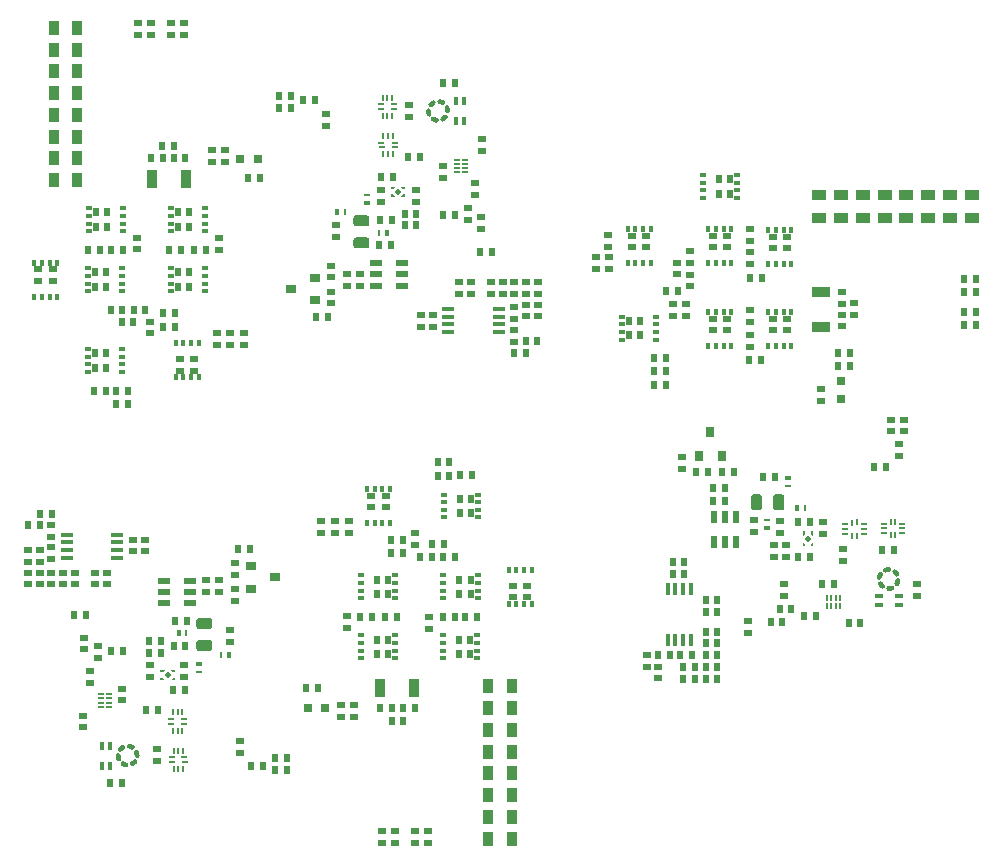
<source format=gbp>
G04 #@! TF.GenerationSoftware,KiCad,Pcbnew,5.0.2-bee76a0~70~ubuntu18.04.1*
G04 #@! TF.CreationDate,2019-02-13T09:30:15+01:00*
G04 #@! TF.ProjectId,motorboard_panel_x3,6d6f746f-7262-46f6-9172-645f70616e65,rev?*
G04 #@! TF.SameCoordinates,Original*
G04 #@! TF.FileFunction,Paste,Bot*
G04 #@! TF.FilePolarity,Positive*
%FSLAX46Y46*%
G04 Gerber Fmt 4.6, Leading zero omitted, Abs format (unit mm)*
G04 Created by KiCad (PCBNEW 5.0.2-bee76a0~70~ubuntu18.04.1) date Wed 13 Feb 2019 09:30:15 CET*
%MOMM*%
%LPD*%
G01*
G04 APERTURE LIST*
%ADD10C,0.450000*%
%ADD11R,0.550000X0.650000*%
%ADD12R,0.650000X0.550000*%
%ADD13R,1.050000X0.350000*%
%ADD14R,0.450000X0.580000*%
%ADD15R,0.688000X0.520000*%
%ADD16R,0.250000X0.500000*%
%ADD17R,0.300000X0.550000*%
%ADD18R,0.850000X0.750000*%
%ADD19R,0.950000X1.200000*%
%ADD20R,0.520000X0.688000*%
%ADD21R,0.580000X0.450000*%
%ADD22R,0.400000X0.700000*%
%ADD23C,0.150000*%
%ADD24C,0.100000*%
%ADD25C,0.430000*%
%ADD26C,0.925000*%
%ADD27R,1.010000X0.600000*%
%ADD28R,0.480000X0.150000*%
%ADD29R,0.500000X0.250000*%
%ADD30R,0.550000X0.300000*%
%ADD31R,0.513000X0.175000*%
%ADD32R,0.175000X0.513000*%
%ADD33R,0.613000X0.175000*%
%ADD34R,0.750000X0.700000*%
%ADD35R,0.850000X1.650000*%
%ADD36R,0.350000X1.050000*%
%ADD37R,0.750000X0.850000*%
%ADD38R,1.200000X0.950000*%
%ADD39R,0.700000X0.400000*%
%ADD40R,0.600000X1.010000*%
%ADD41R,0.150000X0.480000*%
%ADD42R,0.175000X0.613000*%
%ADD43R,0.700000X0.750000*%
%ADD44R,1.650000X0.850000*%
G04 APERTURE END LIST*
D10*
G04 #@! TO.C,U8*
X94720213Y-141882770D02*
G75*
G02X94457500Y-141787150I139787J792770D01*
G01*
X95476666Y-141607444D02*
G75*
G02X95262500Y-141787150I-616666J517444D01*
G01*
X95616453Y-140814674D02*
G75*
G02X95665000Y-141090000I-756453J-275326D01*
G01*
X94999787Y-140297230D02*
G75*
G02X95262500Y-140392850I-139787J-792770D01*
G01*
X94243334Y-140572556D02*
G75*
G02X94457500Y-140392850I616666J-517444D01*
G01*
X94103547Y-141365326D02*
G75*
G02X94055000Y-141090000I756453J275326D01*
G01*
X160082770Y-126279787D02*
G75*
G02X159987150Y-126542500I-792770J139787D01*
G01*
X159807444Y-125523334D02*
G75*
G02X159987150Y-125737500I-517444J-616666D01*
G01*
X159014674Y-125383547D02*
G75*
G02X159290000Y-125335000I275326J-756453D01*
G01*
X158497230Y-126000213D02*
G75*
G02X158592850Y-125737500I792770J-139787D01*
G01*
X158772556Y-126756666D02*
G75*
G02X158592850Y-126542500I517444J616666D01*
G01*
X159565326Y-126896453D02*
G75*
G02X159290000Y-126945000I-275326J756453D01*
G01*
X121896453Y-86234674D02*
G75*
G02X121945000Y-86510000I-756453J-275326D01*
G01*
X121756666Y-87027444D02*
G75*
G02X121542500Y-87207150I-616666J517444D01*
G01*
X121000213Y-87302770D02*
G75*
G02X120737500Y-87207150I139787J792770D01*
G01*
X120383547Y-86785326D02*
G75*
G02X120335000Y-86510000I756453J275326D01*
G01*
X120523334Y-85992556D02*
G75*
G02X120737500Y-85812850I616666J-517444D01*
G01*
X121279787Y-85717230D02*
G75*
G02X121542500Y-85812850I-139787J-792770D01*
G01*
G04 #@! TD*
D11*
G04 #@! TO.C,R12*
X118164500Y-122800000D03*
X117164500Y-122800000D03*
G04 #@! TD*
G04 #@! TO.C,R14*
X118150000Y-137100000D03*
X119150000Y-137100000D03*
G04 #@! TD*
D12*
G04 #@! TO.C,R22*
X97350000Y-140550000D03*
X97350000Y-141550000D03*
G04 #@! TD*
D11*
G04 #@! TO.C,R23*
X96400000Y-137200000D03*
X97400000Y-137200000D03*
G04 #@! TD*
G04 #@! TO.C,R20*
X105200000Y-123600000D03*
X104200000Y-123600000D03*
G04 #@! TD*
D12*
G04 #@! TO.C,R30*
X101500000Y-127250000D03*
X101500000Y-126250000D03*
G04 #@! TD*
G04 #@! TO.C,R21*
X103950000Y-127000000D03*
X103950000Y-128000000D03*
G04 #@! TD*
G04 #@! TO.C,R32*
X91100000Y-137700000D03*
X91100000Y-138700000D03*
G04 #@! TD*
G04 #@! TO.C,R49*
X88400000Y-121550000D03*
X88400000Y-122550000D03*
G04 #@! TD*
G04 #@! TO.C,R34*
X120250000Y-147500000D03*
X120250000Y-148500000D03*
G04 #@! TD*
G04 #@! TO.C,R43*
X86400000Y-123700000D03*
X86400000Y-124700000D03*
G04 #@! TD*
G04 #@! TO.C,R36*
X92350000Y-131850000D03*
X92350000Y-132850000D03*
G04 #@! TD*
D11*
G04 #@! TO.C,C47*
X90300000Y-129150000D03*
X91300000Y-129150000D03*
G04 #@! TD*
D13*
G04 #@! TO.C,U2*
X89700000Y-122375000D03*
X89700000Y-123025000D03*
X89700000Y-123675000D03*
X89700000Y-124325000D03*
X94000000Y-124325000D03*
X94000000Y-123675000D03*
X94000000Y-123025000D03*
X94000000Y-122375000D03*
G04 #@! TD*
D12*
G04 #@! TO.C,C49*
X86400000Y-126600000D03*
X86400000Y-125600000D03*
G04 #@! TD*
D11*
G04 #@! TO.C,C46*
X94450000Y-132250000D03*
X93450000Y-132250000D03*
G04 #@! TD*
G04 #@! TO.C,C43*
X87450000Y-121600000D03*
X86450000Y-121600000D03*
G04 #@! TD*
D12*
G04 #@! TO.C,R42*
X87400000Y-124700000D03*
X87400000Y-123700000D03*
G04 #@! TD*
D14*
G04 #@! TO.C,Q7*
X127113000Y-125372500D03*
X127753000Y-125372500D03*
X128413000Y-125372500D03*
X129053000Y-125372500D03*
X129053000Y-128252500D03*
X128413000Y-128252500D03*
X127753000Y-128252500D03*
X127113000Y-128252500D03*
D15*
X128693000Y-127672500D03*
X127473000Y-127672500D03*
X128693000Y-126722500D03*
X127473000Y-126722500D03*
G04 #@! TD*
D12*
G04 #@! TO.C,R39*
X87400000Y-126600000D03*
X87400000Y-125600000D03*
G04 #@! TD*
G04 #@! TO.C,C22*
X103950000Y-124800000D03*
X103950000Y-125800000D03*
G04 #@! TD*
D16*
G04 #@! TO.C,D7*
X99825000Y-130750000D03*
D17*
X99175000Y-130750000D03*
G04 #@! TD*
D11*
G04 #@! TO.C,C15*
X120630000Y-124270000D03*
X119630000Y-124270000D03*
G04 #@! TD*
D12*
G04 #@! TO.C,R38*
X88400000Y-125600000D03*
X88400000Y-126600000D03*
G04 #@! TD*
D11*
G04 #@! TO.C,R9*
X121590000Y-124270000D03*
X122590000Y-124270000D03*
G04 #@! TD*
D12*
G04 #@! TO.C,R8*
X113400000Y-130300000D03*
X113400000Y-129300000D03*
G04 #@! TD*
D18*
G04 #@! TO.C,Q8*
X107300000Y-126000000D03*
X105300000Y-125050000D03*
X105300000Y-126950000D03*
G04 #@! TD*
D19*
G04 #@! TO.C,C26*
X125400250Y-146275250D03*
X127400250Y-146275250D03*
G04 #@! TD*
G04 #@! TO.C,C25*
X125400250Y-148116750D03*
X127400250Y-148116750D03*
G04 #@! TD*
G04 #@! TO.C,C28*
X125400250Y-142592250D03*
X127400250Y-142592250D03*
G04 #@! TD*
G04 #@! TO.C,C31*
X125400250Y-144433750D03*
X127400250Y-144433750D03*
G04 #@! TD*
D11*
G04 #@! TO.C,C11*
X108350000Y-142350000D03*
X107350000Y-142350000D03*
G04 #@! TD*
D12*
G04 #@! TO.C,R2*
X112900000Y-136800000D03*
X112900000Y-137800000D03*
G04 #@! TD*
G04 #@! TO.C,C35*
X99650000Y-133400000D03*
X99650000Y-134400000D03*
G04 #@! TD*
G04 #@! TO.C,R45*
X88400000Y-123450000D03*
X88400000Y-124450000D03*
G04 #@! TD*
D11*
G04 #@! TO.C,C7*
X109950000Y-135400000D03*
X110950000Y-135400000D03*
G04 #@! TD*
D20*
G04 #@! TO.C,Q1*
X122886750Y-132494750D03*
X122886750Y-131274750D03*
X123836750Y-132494750D03*
X123836750Y-131274750D03*
D21*
X124416750Y-132854750D03*
X124416750Y-132214750D03*
X124416750Y-131554750D03*
X124416750Y-130914750D03*
X121536750Y-130914750D03*
X121536750Y-131554750D03*
X121536750Y-132214750D03*
X121536750Y-132854750D03*
G04 #@! TD*
D20*
G04 #@! TO.C,Q2*
X115965250Y-132494750D03*
X115965250Y-131274750D03*
X116915250Y-132494750D03*
X116915250Y-131274750D03*
D21*
X117495250Y-132854750D03*
X117495250Y-132214750D03*
X117495250Y-131554750D03*
X117495250Y-130914750D03*
X114615250Y-130914750D03*
X114615250Y-131554750D03*
X114615250Y-132214750D03*
X114615250Y-132854750D03*
G04 #@! TD*
D11*
G04 #@! TO.C,C18*
X122106000Y-117414500D03*
X121106000Y-117414500D03*
G04 #@! TD*
D22*
G04 #@! TO.C,U8*
X93380000Y-141940000D03*
X93380000Y-140240000D03*
X92680000Y-140240000D03*
X92680000Y-141940000D03*
G04 #@! TD*
D11*
G04 #@! TO.C,C14*
X114539250Y-129344750D03*
X115539250Y-129344750D03*
G04 #@! TD*
G04 #@! TO.C,C17*
X117200000Y-138150000D03*
X118200000Y-138150000D03*
G04 #@! TD*
G04 #@! TO.C,C16*
X117164500Y-123950000D03*
X118164500Y-123950000D03*
G04 #@! TD*
D12*
G04 #@! TO.C,R35*
X116400000Y-148500000D03*
X116400000Y-147500000D03*
G04 #@! TD*
G04 #@! TO.C,C48*
X89400000Y-126600000D03*
X89400000Y-125600000D03*
G04 #@! TD*
D11*
G04 #@! TO.C,R25*
X105300000Y-142000000D03*
X106300000Y-142000000D03*
G04 #@! TD*
G04 #@! TO.C,R48*
X87450000Y-120600000D03*
X88450000Y-120600000D03*
G04 #@! TD*
D12*
G04 #@! TO.C,R28*
X117500000Y-147500000D03*
X117500000Y-148500000D03*
G04 #@! TD*
G04 #@! TO.C,R40*
X93100000Y-125600000D03*
X93100000Y-126600000D03*
G04 #@! TD*
D23*
G04 #@! TO.C,U7*
X97710000Y-134610000D03*
D24*
G36*
X97635000Y-134685000D02*
X97635000Y-134485000D01*
X97819644Y-134485000D01*
X98019644Y-134685000D01*
X97635000Y-134685000D01*
X97635000Y-134685000D01*
G37*
D23*
X98810000Y-133910000D03*
D24*
G36*
X98885000Y-133835000D02*
X98885000Y-134035000D01*
X98700356Y-134035000D01*
X98535000Y-133869644D01*
X98535000Y-133835000D01*
X98885000Y-133835000D01*
X98885000Y-133835000D01*
G37*
D23*
X97710000Y-133910000D03*
D24*
G36*
X97819644Y-134035000D02*
X97635000Y-134035000D01*
X97635000Y-133835000D01*
X97985000Y-133835000D01*
X97985000Y-133869644D01*
X97819644Y-134035000D01*
X97819644Y-134035000D01*
G37*
D25*
X98260000Y-134260000D03*
D24*
G36*
X98564056Y-134260000D02*
X98260000Y-134564056D01*
X97955944Y-134260000D01*
X98260000Y-133955944D01*
X98564056Y-134260000D01*
X98564056Y-134260000D01*
G37*
D23*
X98810000Y-134610000D03*
D24*
G36*
X98700356Y-134485000D02*
X98885000Y-134485000D01*
X98885000Y-134685000D01*
X98535000Y-134685000D01*
X98535000Y-134650356D01*
X98700356Y-134485000D01*
X98700356Y-134485000D01*
G37*
G04 #@! TD*
D12*
G04 #@! TO.C,R27*
X119150000Y-147500000D03*
X119150000Y-148500000D03*
G04 #@! TD*
D11*
G04 #@! TO.C,R31*
X97700000Y-132400000D03*
X96700000Y-132400000D03*
G04 #@! TD*
D24*
G04 #@! TO.C,L2*
G36*
X101816416Y-131326114D02*
X101838865Y-131329443D01*
X101860878Y-131334958D01*
X101882246Y-131342603D01*
X101902760Y-131352306D01*
X101922226Y-131363973D01*
X101940453Y-131377491D01*
X101957268Y-131392732D01*
X101972509Y-131409547D01*
X101986027Y-131427774D01*
X101997694Y-131447240D01*
X102007397Y-131467754D01*
X102015042Y-131489122D01*
X102020557Y-131511135D01*
X102023886Y-131533584D01*
X102025000Y-131556250D01*
X102025000Y-132018750D01*
X102023886Y-132041416D01*
X102020557Y-132063865D01*
X102015042Y-132085878D01*
X102007397Y-132107246D01*
X101997694Y-132127760D01*
X101986027Y-132147226D01*
X101972509Y-132165453D01*
X101957268Y-132182268D01*
X101940453Y-132197509D01*
X101922226Y-132211027D01*
X101902760Y-132222694D01*
X101882246Y-132232397D01*
X101860878Y-132240042D01*
X101838865Y-132245557D01*
X101816416Y-132248886D01*
X101793750Y-132250000D01*
X100906250Y-132250000D01*
X100883584Y-132248886D01*
X100861135Y-132245557D01*
X100839122Y-132240042D01*
X100817754Y-132232397D01*
X100797240Y-132222694D01*
X100777774Y-132211027D01*
X100759547Y-132197509D01*
X100742732Y-132182268D01*
X100727491Y-132165453D01*
X100713973Y-132147226D01*
X100702306Y-132127760D01*
X100692603Y-132107246D01*
X100684958Y-132085878D01*
X100679443Y-132063865D01*
X100676114Y-132041416D01*
X100675000Y-132018750D01*
X100675000Y-131556250D01*
X100676114Y-131533584D01*
X100679443Y-131511135D01*
X100684958Y-131489122D01*
X100692603Y-131467754D01*
X100702306Y-131447240D01*
X100713973Y-131427774D01*
X100727491Y-131409547D01*
X100742732Y-131392732D01*
X100759547Y-131377491D01*
X100777774Y-131363973D01*
X100797240Y-131352306D01*
X100817754Y-131342603D01*
X100839122Y-131334958D01*
X100861135Y-131329443D01*
X100883584Y-131326114D01*
X100906250Y-131325000D01*
X101793750Y-131325000D01*
X101816416Y-131326114D01*
X101816416Y-131326114D01*
G37*
D26*
X101350000Y-131787500D03*
D24*
G36*
X101816416Y-129451114D02*
X101838865Y-129454443D01*
X101860878Y-129459958D01*
X101882246Y-129467603D01*
X101902760Y-129477306D01*
X101922226Y-129488973D01*
X101940453Y-129502491D01*
X101957268Y-129517732D01*
X101972509Y-129534547D01*
X101986027Y-129552774D01*
X101997694Y-129572240D01*
X102007397Y-129592754D01*
X102015042Y-129614122D01*
X102020557Y-129636135D01*
X102023886Y-129658584D01*
X102025000Y-129681250D01*
X102025000Y-130143750D01*
X102023886Y-130166416D01*
X102020557Y-130188865D01*
X102015042Y-130210878D01*
X102007397Y-130232246D01*
X101997694Y-130252760D01*
X101986027Y-130272226D01*
X101972509Y-130290453D01*
X101957268Y-130307268D01*
X101940453Y-130322509D01*
X101922226Y-130336027D01*
X101902760Y-130347694D01*
X101882246Y-130357397D01*
X101860878Y-130365042D01*
X101838865Y-130370557D01*
X101816416Y-130373886D01*
X101793750Y-130375000D01*
X100906250Y-130375000D01*
X100883584Y-130373886D01*
X100861135Y-130370557D01*
X100839122Y-130365042D01*
X100817754Y-130357397D01*
X100797240Y-130347694D01*
X100777774Y-130336027D01*
X100759547Y-130322509D01*
X100742732Y-130307268D01*
X100727491Y-130290453D01*
X100713973Y-130272226D01*
X100702306Y-130252760D01*
X100692603Y-130232246D01*
X100684958Y-130210878D01*
X100679443Y-130188865D01*
X100676114Y-130166416D01*
X100675000Y-130143750D01*
X100675000Y-129681250D01*
X100676114Y-129658584D01*
X100679443Y-129636135D01*
X100684958Y-129614122D01*
X100692603Y-129592754D01*
X100702306Y-129572240D01*
X100713973Y-129552774D01*
X100727491Y-129534547D01*
X100742732Y-129517732D01*
X100759547Y-129502491D01*
X100777774Y-129488973D01*
X100797240Y-129477306D01*
X100817754Y-129467603D01*
X100839122Y-129459958D01*
X100861135Y-129454443D01*
X100883584Y-129451114D01*
X100906250Y-129450000D01*
X101793750Y-129450000D01*
X101816416Y-129451114D01*
X101816416Y-129451114D01*
G37*
D26*
X101350000Y-129912500D03*
G04 #@! TD*
D17*
G04 #@! TO.C,D8*
X103425000Y-132550000D03*
D16*
X102775000Y-132550000D03*
G04 #@! TD*
D27*
G04 #@! TO.C,U9*
X100150000Y-127250000D03*
X100150000Y-128200000D03*
X100150000Y-126300000D03*
X97950000Y-126300000D03*
X97950000Y-127250000D03*
X97950000Y-128200000D03*
G04 #@! TD*
D19*
G04 #@! TO.C,C30*
X125400250Y-135226250D03*
X127400250Y-135226250D03*
G04 #@! TD*
D11*
G04 #@! TO.C,R29*
X96700000Y-131400000D03*
X97700000Y-131400000D03*
G04 #@! TD*
D12*
G04 #@! TO.C,R33*
X103500000Y-130450000D03*
X103500000Y-131450000D03*
G04 #@! TD*
G04 #@! TO.C,R41*
X92100000Y-125600000D03*
X92100000Y-126600000D03*
G04 #@! TD*
G04 #@! TO.C,R37*
X91200000Y-132100000D03*
X91200000Y-131100000D03*
G04 #@! TD*
G04 #@! TO.C,R24*
X104350000Y-140850000D03*
X104350000Y-139850000D03*
G04 #@! TD*
D19*
G04 #@! TO.C,C29*
X125400250Y-140750750D03*
X127400250Y-140750750D03*
G04 #@! TD*
D12*
G04 #@! TO.C,R44*
X95300000Y-122800000D03*
X95300000Y-123800000D03*
G04 #@! TD*
G04 #@! TO.C,R47*
X90400000Y-126600000D03*
X90400000Y-125600000D03*
G04 #@! TD*
D28*
G04 #@! TO.C,U6*
X92590000Y-135900000D03*
X92590000Y-136250000D03*
X92590000Y-136600000D03*
X92590000Y-136950000D03*
X93260000Y-136950000D03*
X93260000Y-136600000D03*
X93260000Y-136250000D03*
X93260000Y-135900000D03*
G04 #@! TD*
D29*
G04 #@! TO.C,D9*
X100900000Y-133975000D03*
D30*
X100900000Y-133325000D03*
G04 #@! TD*
D31*
G04 #@! TO.C,U3*
X99718500Y-141650000D03*
D32*
X99550000Y-142218500D03*
X99150000Y-142218500D03*
X98750000Y-142218500D03*
D31*
X98581500Y-141650000D03*
X98581500Y-141250000D03*
D32*
X98750000Y-140681500D03*
X99150000Y-140681500D03*
X99550000Y-140681500D03*
D33*
X99668500Y-141250000D03*
G04 #@! TD*
D31*
G04 #@! TO.C,U4*
X99668500Y-138400000D03*
D32*
X99500000Y-138968500D03*
X99100000Y-138968500D03*
X98700000Y-138968500D03*
D31*
X98531500Y-138400000D03*
X98531500Y-138000000D03*
D32*
X98700000Y-137431500D03*
X99100000Y-137431500D03*
X99500000Y-137431500D03*
D33*
X99618500Y-138000000D03*
G04 #@! TD*
D19*
G04 #@! TO.C,C27*
X125400250Y-138909250D03*
X127400250Y-138909250D03*
G04 #@! TD*
D20*
G04 #@! TO.C,Q3*
X122950250Y-127414750D03*
X122950250Y-126194750D03*
X123900250Y-127414750D03*
X123900250Y-126194750D03*
D21*
X124480250Y-127774750D03*
X124480250Y-127134750D03*
X124480250Y-126474750D03*
X124480250Y-125834750D03*
X121600250Y-125834750D03*
X121600250Y-126474750D03*
X121600250Y-127134750D03*
X121600250Y-127774750D03*
G04 #@! TD*
D20*
G04 #@! TO.C,Q4*
X115965250Y-127414750D03*
X115965250Y-126194750D03*
X116915250Y-127414750D03*
X116915250Y-126194750D03*
D21*
X117495250Y-127774750D03*
X117495250Y-127134750D03*
X117495250Y-126474750D03*
X117495250Y-125834750D03*
X114615250Y-125834750D03*
X114615250Y-126474750D03*
X114615250Y-127134750D03*
X114615250Y-127774750D03*
G04 #@! TD*
D19*
G04 #@! TO.C,C32*
X125400250Y-137067750D03*
X127400250Y-137067750D03*
G04 #@! TD*
D20*
G04 #@! TO.C,Q5*
X122962950Y-120569450D03*
X122962950Y-119349450D03*
X123912950Y-120569450D03*
X123912950Y-119349450D03*
D21*
X124492950Y-120929450D03*
X124492950Y-120289450D03*
X124492950Y-119629450D03*
X124492950Y-118989450D03*
X121612950Y-118989450D03*
X121612950Y-119629450D03*
X121612950Y-120289450D03*
X121612950Y-120929450D03*
G04 #@! TD*
D12*
G04 #@! TO.C,R10*
X119230000Y-122250000D03*
X119230000Y-123250000D03*
G04 #@! TD*
G04 #@! TO.C,R7*
X120336000Y-129360500D03*
X120336000Y-130360500D03*
G04 #@! TD*
G04 #@! TO.C,R19*
X112450000Y-122250000D03*
X112450000Y-121250000D03*
G04 #@! TD*
G04 #@! TO.C,C40*
X102600000Y-126250000D03*
X102600000Y-127250000D03*
G04 #@! TD*
D11*
G04 #@! TO.C,R18*
X121106000Y-116271500D03*
X122106000Y-116271500D03*
G04 #@! TD*
G04 #@! TO.C,R6*
X117634750Y-129344750D03*
X116634750Y-129344750D03*
G04 #@! TD*
G04 #@! TO.C,C37*
X94400000Y-143450000D03*
X93400000Y-143450000D03*
G04 #@! TD*
D12*
G04 #@! TO.C,R3*
X114000000Y-136800000D03*
X114000000Y-137800000D03*
G04 #@! TD*
D11*
G04 #@! TO.C,C12*
X99700000Y-135500000D03*
X98700000Y-135500000D03*
G04 #@! TD*
D12*
G04 #@! TO.C,R17*
X111250000Y-121250000D03*
X111250000Y-122250000D03*
G04 #@! TD*
D34*
G04 #@! TO.C,C6*
X110100000Y-137025000D03*
X111600000Y-137025000D03*
G04 #@! TD*
D12*
G04 #@! TO.C,C36*
X96730000Y-134400000D03*
X96730000Y-133400000D03*
G04 #@! TD*
D15*
G04 #@! TO.C,Q6*
X116704200Y-120057200D03*
X115484200Y-120057200D03*
X116704200Y-119107200D03*
X115484200Y-119107200D03*
D14*
X117064200Y-118527200D03*
X116424200Y-118527200D03*
X115764200Y-118527200D03*
X115124200Y-118527200D03*
X115124200Y-121407200D03*
X115764200Y-121407200D03*
X116424200Y-121407200D03*
X117064200Y-121407200D03*
G04 #@! TD*
D11*
G04 #@! TO.C,R11*
X121650000Y-123200000D03*
X120650000Y-123200000D03*
G04 #@! TD*
G04 #@! TO.C,R13*
X116250000Y-137100000D03*
X117250000Y-137100000D03*
G04 #@! TD*
D12*
G04 #@! TO.C,R46*
X96300000Y-123800000D03*
X96300000Y-122800000D03*
G04 #@! TD*
D11*
G04 #@! TO.C,R4*
X107350000Y-141300000D03*
X108350000Y-141300000D03*
G04 #@! TD*
D12*
G04 #@! TO.C,C38*
X94400000Y-136425000D03*
X94400000Y-135425000D03*
G04 #@! TD*
D11*
G04 #@! TO.C,C41*
X99750000Y-131850000D03*
X98750000Y-131850000D03*
G04 #@! TD*
G04 #@! TO.C,R5*
X123455500Y-129352500D03*
X124455500Y-129352500D03*
G04 #@! TD*
G04 #@! TO.C,C42*
X99850000Y-129700000D03*
X98850000Y-129700000D03*
G04 #@! TD*
G04 #@! TO.C,R16*
X123011000Y-117351000D03*
X124011000Y-117351000D03*
G04 #@! TD*
D12*
G04 #@! TO.C,C39*
X91700000Y-133950000D03*
X91700000Y-134950000D03*
G04 #@! TD*
D35*
G04 #@! TO.C,R15*
X119118800Y-135336000D03*
X116218800Y-135336000D03*
G04 #@! TD*
D11*
G04 #@! TO.C,C13*
X122550500Y-129352500D03*
X121550500Y-129352500D03*
G04 #@! TD*
D12*
G04 #@! TO.C,C19*
X113600000Y-121250000D03*
X113600000Y-122250000D03*
G04 #@! TD*
G04 #@! TO.C,R12*
X141000000Y-102835500D03*
X141000000Y-103835500D03*
G04 #@! TD*
G04 #@! TO.C,R14*
X155300000Y-102850000D03*
X155300000Y-101850000D03*
G04 #@! TD*
D11*
G04 #@! TO.C,R22*
X158750000Y-123650000D03*
X159750000Y-123650000D03*
G04 #@! TD*
D12*
G04 #@! TO.C,R23*
X155400000Y-124600000D03*
X155400000Y-123600000D03*
G04 #@! TD*
G04 #@! TO.C,R20*
X141800000Y-115800000D03*
X141800000Y-116800000D03*
G04 #@! TD*
D11*
G04 #@! TO.C,R30*
X145450000Y-119500000D03*
X144450000Y-119500000D03*
G04 #@! TD*
G04 #@! TO.C,R21*
X145200000Y-117050000D03*
X146200000Y-117050000D03*
G04 #@! TD*
G04 #@! TO.C,R32*
X155900000Y-129900000D03*
X156900000Y-129900000D03*
G04 #@! TD*
G04 #@! TO.C,R49*
X139750000Y-132600000D03*
X140750000Y-132600000D03*
G04 #@! TD*
G04 #@! TO.C,R34*
X165700000Y-100750000D03*
X166700000Y-100750000D03*
G04 #@! TD*
G04 #@! TO.C,R43*
X141900000Y-134600000D03*
X142900000Y-134600000D03*
G04 #@! TD*
G04 #@! TO.C,R36*
X150050000Y-128650000D03*
X151050000Y-128650000D03*
G04 #@! TD*
D12*
G04 #@! TO.C,C47*
X147350000Y-130700000D03*
X147350000Y-129700000D03*
G04 #@! TD*
D36*
G04 #@! TO.C,U2*
X140575000Y-131300000D03*
X141225000Y-131300000D03*
X141875000Y-131300000D03*
X142525000Y-131300000D03*
X142525000Y-127000000D03*
X141875000Y-127000000D03*
X141225000Y-127000000D03*
X140575000Y-127000000D03*
G04 #@! TD*
D11*
G04 #@! TO.C,C49*
X144800000Y-134600000D03*
X143800000Y-134600000D03*
G04 #@! TD*
D12*
G04 #@! TO.C,C46*
X150450000Y-126550000D03*
X150450000Y-127550000D03*
G04 #@! TD*
G04 #@! TO.C,C43*
X139800000Y-133550000D03*
X139800000Y-134550000D03*
G04 #@! TD*
D11*
G04 #@! TO.C,R42*
X142900000Y-133600000D03*
X141900000Y-133600000D03*
G04 #@! TD*
D21*
G04 #@! TO.C,Q7*
X143572500Y-93887000D03*
X143572500Y-93247000D03*
X143572500Y-92587000D03*
X143572500Y-91947000D03*
X146452500Y-91947000D03*
X146452500Y-92587000D03*
X146452500Y-93247000D03*
X146452500Y-93887000D03*
D20*
X145872500Y-92307000D03*
X145872500Y-93527000D03*
X144922500Y-92307000D03*
X144922500Y-93527000D03*
G04 #@! TD*
D11*
G04 #@! TO.C,R39*
X144800000Y-133600000D03*
X143800000Y-133600000D03*
G04 #@! TD*
G04 #@! TO.C,C22*
X143000000Y-117050000D03*
X144000000Y-117050000D03*
G04 #@! TD*
D29*
G04 #@! TO.C,D7*
X148950000Y-121175000D03*
D30*
X148950000Y-121825000D03*
G04 #@! TD*
D12*
G04 #@! TO.C,C15*
X142470000Y-100370000D03*
X142470000Y-101370000D03*
G04 #@! TD*
D11*
G04 #@! TO.C,R38*
X143800000Y-132600000D03*
X144800000Y-132600000D03*
G04 #@! TD*
D12*
G04 #@! TO.C,R9*
X142470000Y-99410000D03*
X142470000Y-98410000D03*
G04 #@! TD*
D11*
G04 #@! TO.C,R8*
X148500000Y-107600000D03*
X147500000Y-107600000D03*
G04 #@! TD*
D37*
G04 #@! TO.C,Q8*
X144200000Y-113700000D03*
X143250000Y-115700000D03*
X145150000Y-115700000D03*
G04 #@! TD*
D38*
G04 #@! TO.C,C26*
X164475250Y-95599750D03*
X164475250Y-93599750D03*
G04 #@! TD*
G04 #@! TO.C,C25*
X166316750Y-95599750D03*
X166316750Y-93599750D03*
G04 #@! TD*
G04 #@! TO.C,C28*
X160792250Y-95599750D03*
X160792250Y-93599750D03*
G04 #@! TD*
G04 #@! TO.C,C31*
X162633750Y-95599750D03*
X162633750Y-93599750D03*
G04 #@! TD*
D12*
G04 #@! TO.C,C11*
X160550000Y-112650000D03*
X160550000Y-113650000D03*
G04 #@! TD*
D11*
G04 #@! TO.C,R2*
X155000000Y-108100000D03*
X156000000Y-108100000D03*
G04 #@! TD*
G04 #@! TO.C,C35*
X151600000Y-121350000D03*
X152600000Y-121350000D03*
G04 #@! TD*
G04 #@! TO.C,R45*
X141650000Y-132600000D03*
X142650000Y-132600000D03*
G04 #@! TD*
D12*
G04 #@! TO.C,C7*
X153600000Y-111050000D03*
X153600000Y-110050000D03*
G04 #@! TD*
D15*
G04 #@! TO.C,Q1*
X150694750Y-98113250D03*
X149474750Y-98113250D03*
X150694750Y-97163250D03*
X149474750Y-97163250D03*
D14*
X151054750Y-96583250D03*
X150414750Y-96583250D03*
X149754750Y-96583250D03*
X149114750Y-96583250D03*
X149114750Y-99463250D03*
X149754750Y-99463250D03*
X150414750Y-99463250D03*
X151054750Y-99463250D03*
G04 #@! TD*
D15*
G04 #@! TO.C,Q2*
X150694750Y-105034750D03*
X149474750Y-105034750D03*
X150694750Y-104084750D03*
X149474750Y-104084750D03*
D14*
X151054750Y-103504750D03*
X150414750Y-103504750D03*
X149754750Y-103504750D03*
X149114750Y-103504750D03*
X149114750Y-106384750D03*
X149754750Y-106384750D03*
X150414750Y-106384750D03*
X151054750Y-106384750D03*
G04 #@! TD*
D12*
G04 #@! TO.C,C18*
X135614500Y-98894000D03*
X135614500Y-99894000D03*
G04 #@! TD*
D39*
G04 #@! TO.C,U8*
X160140000Y-127620000D03*
X158440000Y-127620000D03*
X158440000Y-128320000D03*
X160140000Y-128320000D03*
G04 #@! TD*
D12*
G04 #@! TO.C,C14*
X147544750Y-106460750D03*
X147544750Y-105460750D03*
G04 #@! TD*
G04 #@! TO.C,C17*
X156350000Y-103800000D03*
X156350000Y-102800000D03*
G04 #@! TD*
G04 #@! TO.C,C16*
X142150000Y-103835500D03*
X142150000Y-102835500D03*
G04 #@! TD*
D11*
G04 #@! TO.C,R35*
X166700000Y-104600000D03*
X165700000Y-104600000D03*
G04 #@! TD*
G04 #@! TO.C,C48*
X144800000Y-131600000D03*
X143800000Y-131600000D03*
G04 #@! TD*
D12*
G04 #@! TO.C,R25*
X160200000Y-115700000D03*
X160200000Y-114700000D03*
G04 #@! TD*
G04 #@! TO.C,R48*
X138800000Y-133550000D03*
X138800000Y-132550000D03*
G04 #@! TD*
D11*
G04 #@! TO.C,R28*
X165700000Y-103500000D03*
X166700000Y-103500000D03*
G04 #@! TD*
G04 #@! TO.C,R40*
X143800000Y-127900000D03*
X144800000Y-127900000D03*
G04 #@! TD*
D23*
G04 #@! TO.C,U7*
X152810000Y-123290000D03*
D24*
G36*
X152885000Y-123365000D02*
X152685000Y-123365000D01*
X152685000Y-123180356D01*
X152885000Y-122980356D01*
X152885000Y-123365000D01*
X152885000Y-123365000D01*
G37*
D23*
X152110000Y-122190000D03*
D24*
G36*
X152035000Y-122115000D02*
X152235000Y-122115000D01*
X152235000Y-122299644D01*
X152069644Y-122465000D01*
X152035000Y-122465000D01*
X152035000Y-122115000D01*
X152035000Y-122115000D01*
G37*
D23*
X152110000Y-123290000D03*
D24*
G36*
X152235000Y-123180356D02*
X152235000Y-123365000D01*
X152035000Y-123365000D01*
X152035000Y-123015000D01*
X152069644Y-123015000D01*
X152235000Y-123180356D01*
X152235000Y-123180356D01*
G37*
D25*
X152460000Y-122740000D03*
D24*
G36*
X152460000Y-122435944D02*
X152764056Y-122740000D01*
X152460000Y-123044056D01*
X152155944Y-122740000D01*
X152460000Y-122435944D01*
X152460000Y-122435944D01*
G37*
D23*
X152810000Y-122190000D03*
D24*
G36*
X152685000Y-122299644D02*
X152685000Y-122115000D01*
X152885000Y-122115000D01*
X152885000Y-122465000D01*
X152850356Y-122465000D01*
X152685000Y-122299644D01*
X152685000Y-122299644D01*
G37*
G04 #@! TD*
D11*
G04 #@! TO.C,R27*
X165700000Y-101850000D03*
X166700000Y-101850000D03*
G04 #@! TD*
D12*
G04 #@! TO.C,R31*
X150600000Y-123300000D03*
X150600000Y-124300000D03*
G04 #@! TD*
D24*
G04 #@! TO.C,L2*
G36*
X150241416Y-118976114D02*
X150263865Y-118979443D01*
X150285878Y-118984958D01*
X150307246Y-118992603D01*
X150327760Y-119002306D01*
X150347226Y-119013973D01*
X150365453Y-119027491D01*
X150382268Y-119042732D01*
X150397509Y-119059547D01*
X150411027Y-119077774D01*
X150422694Y-119097240D01*
X150432397Y-119117754D01*
X150440042Y-119139122D01*
X150445557Y-119161135D01*
X150448886Y-119183584D01*
X150450000Y-119206250D01*
X150450000Y-120093750D01*
X150448886Y-120116416D01*
X150445557Y-120138865D01*
X150440042Y-120160878D01*
X150432397Y-120182246D01*
X150422694Y-120202760D01*
X150411027Y-120222226D01*
X150397509Y-120240453D01*
X150382268Y-120257268D01*
X150365453Y-120272509D01*
X150347226Y-120286027D01*
X150327760Y-120297694D01*
X150307246Y-120307397D01*
X150285878Y-120315042D01*
X150263865Y-120320557D01*
X150241416Y-120323886D01*
X150218750Y-120325000D01*
X149756250Y-120325000D01*
X149733584Y-120323886D01*
X149711135Y-120320557D01*
X149689122Y-120315042D01*
X149667754Y-120307397D01*
X149647240Y-120297694D01*
X149627774Y-120286027D01*
X149609547Y-120272509D01*
X149592732Y-120257268D01*
X149577491Y-120240453D01*
X149563973Y-120222226D01*
X149552306Y-120202760D01*
X149542603Y-120182246D01*
X149534958Y-120160878D01*
X149529443Y-120138865D01*
X149526114Y-120116416D01*
X149525000Y-120093750D01*
X149525000Y-119206250D01*
X149526114Y-119183584D01*
X149529443Y-119161135D01*
X149534958Y-119139122D01*
X149542603Y-119117754D01*
X149552306Y-119097240D01*
X149563973Y-119077774D01*
X149577491Y-119059547D01*
X149592732Y-119042732D01*
X149609547Y-119027491D01*
X149627774Y-119013973D01*
X149647240Y-119002306D01*
X149667754Y-118992603D01*
X149689122Y-118984958D01*
X149711135Y-118979443D01*
X149733584Y-118976114D01*
X149756250Y-118975000D01*
X150218750Y-118975000D01*
X150241416Y-118976114D01*
X150241416Y-118976114D01*
G37*
D26*
X149987500Y-119650000D03*
D24*
G36*
X148366416Y-118976114D02*
X148388865Y-118979443D01*
X148410878Y-118984958D01*
X148432246Y-118992603D01*
X148452760Y-119002306D01*
X148472226Y-119013973D01*
X148490453Y-119027491D01*
X148507268Y-119042732D01*
X148522509Y-119059547D01*
X148536027Y-119077774D01*
X148547694Y-119097240D01*
X148557397Y-119117754D01*
X148565042Y-119139122D01*
X148570557Y-119161135D01*
X148573886Y-119183584D01*
X148575000Y-119206250D01*
X148575000Y-120093750D01*
X148573886Y-120116416D01*
X148570557Y-120138865D01*
X148565042Y-120160878D01*
X148557397Y-120182246D01*
X148547694Y-120202760D01*
X148536027Y-120222226D01*
X148522509Y-120240453D01*
X148507268Y-120257268D01*
X148490453Y-120272509D01*
X148472226Y-120286027D01*
X148452760Y-120297694D01*
X148432246Y-120307397D01*
X148410878Y-120315042D01*
X148388865Y-120320557D01*
X148366416Y-120323886D01*
X148343750Y-120325000D01*
X147881250Y-120325000D01*
X147858584Y-120323886D01*
X147836135Y-120320557D01*
X147814122Y-120315042D01*
X147792754Y-120307397D01*
X147772240Y-120297694D01*
X147752774Y-120286027D01*
X147734547Y-120272509D01*
X147717732Y-120257268D01*
X147702491Y-120240453D01*
X147688973Y-120222226D01*
X147677306Y-120202760D01*
X147667603Y-120182246D01*
X147659958Y-120160878D01*
X147654443Y-120138865D01*
X147651114Y-120116416D01*
X147650000Y-120093750D01*
X147650000Y-119206250D01*
X147651114Y-119183584D01*
X147654443Y-119161135D01*
X147659958Y-119139122D01*
X147667603Y-119117754D01*
X147677306Y-119097240D01*
X147688973Y-119077774D01*
X147702491Y-119059547D01*
X147717732Y-119042732D01*
X147734547Y-119027491D01*
X147752774Y-119013973D01*
X147772240Y-119002306D01*
X147792754Y-118992603D01*
X147814122Y-118984958D01*
X147836135Y-118979443D01*
X147858584Y-118976114D01*
X147881250Y-118975000D01*
X148343750Y-118975000D01*
X148366416Y-118976114D01*
X148366416Y-118976114D01*
G37*
D26*
X148112500Y-119650000D03*
G04 #@! TD*
D30*
G04 #@! TO.C,D8*
X150750000Y-117575000D03*
D29*
X150750000Y-118225000D03*
G04 #@! TD*
D40*
G04 #@! TO.C,U9*
X145450000Y-120850000D03*
X146400000Y-120850000D03*
X144500000Y-120850000D03*
X144500000Y-123050000D03*
X145450000Y-123050000D03*
X146400000Y-123050000D03*
G04 #@! TD*
D38*
G04 #@! TO.C,C30*
X153426250Y-95599750D03*
X153426250Y-93599750D03*
G04 #@! TD*
D12*
G04 #@! TO.C,R29*
X149600000Y-124300000D03*
X149600000Y-123300000D03*
G04 #@! TD*
D11*
G04 #@! TO.C,R33*
X148650000Y-117500000D03*
X149650000Y-117500000D03*
G04 #@! TD*
G04 #@! TO.C,R41*
X143800000Y-128900000D03*
X144800000Y-128900000D03*
G04 #@! TD*
G04 #@! TO.C,R37*
X150300000Y-129800000D03*
X149300000Y-129800000D03*
G04 #@! TD*
G04 #@! TO.C,R24*
X159050000Y-116650000D03*
X158050000Y-116650000D03*
G04 #@! TD*
D38*
G04 #@! TO.C,C29*
X158950750Y-95599750D03*
X158950750Y-93599750D03*
G04 #@! TD*
D11*
G04 #@! TO.C,R44*
X141000000Y-125700000D03*
X142000000Y-125700000D03*
G04 #@! TD*
G04 #@! TO.C,R47*
X144800000Y-130600000D03*
X143800000Y-130600000D03*
G04 #@! TD*
D41*
G04 #@! TO.C,U6*
X154100000Y-128410000D03*
X154450000Y-128410000D03*
X154800000Y-128410000D03*
X155150000Y-128410000D03*
X155150000Y-127740000D03*
X154800000Y-127740000D03*
X154450000Y-127740000D03*
X154100000Y-127740000D03*
G04 #@! TD*
D16*
G04 #@! TO.C,D9*
X152175000Y-120100000D03*
D17*
X151525000Y-120100000D03*
G04 #@! TD*
D32*
G04 #@! TO.C,U3*
X159850000Y-121281500D03*
D31*
X160418500Y-121450000D03*
X160418500Y-121850000D03*
X160418500Y-122250000D03*
D32*
X159850000Y-122418500D03*
X159450000Y-122418500D03*
D31*
X158881500Y-122250000D03*
X158881500Y-121850000D03*
X158881500Y-121450000D03*
D42*
X159450000Y-121331500D03*
G04 #@! TD*
D32*
G04 #@! TO.C,U4*
X156600000Y-121331500D03*
D31*
X157168500Y-121500000D03*
X157168500Y-121900000D03*
X157168500Y-122300000D03*
D32*
X156600000Y-122468500D03*
X156200000Y-122468500D03*
D31*
X155631500Y-122300000D03*
X155631500Y-121900000D03*
X155631500Y-121500000D03*
D42*
X156200000Y-121381500D03*
G04 #@! TD*
D38*
G04 #@! TO.C,C27*
X157109250Y-95599750D03*
X157109250Y-93599750D03*
G04 #@! TD*
D15*
G04 #@! TO.C,Q3*
X145614750Y-98049750D03*
X144394750Y-98049750D03*
X145614750Y-97099750D03*
X144394750Y-97099750D03*
D14*
X145974750Y-96519750D03*
X145334750Y-96519750D03*
X144674750Y-96519750D03*
X144034750Y-96519750D03*
X144034750Y-99399750D03*
X144674750Y-99399750D03*
X145334750Y-99399750D03*
X145974750Y-99399750D03*
G04 #@! TD*
D15*
G04 #@! TO.C,Q4*
X145614750Y-105034750D03*
X144394750Y-105034750D03*
X145614750Y-104084750D03*
X144394750Y-104084750D03*
D14*
X145974750Y-103504750D03*
X145334750Y-103504750D03*
X144674750Y-103504750D03*
X144034750Y-103504750D03*
X144034750Y-106384750D03*
X144674750Y-106384750D03*
X145334750Y-106384750D03*
X145974750Y-106384750D03*
G04 #@! TD*
D38*
G04 #@! TO.C,C32*
X155267750Y-95599750D03*
X155267750Y-93599750D03*
G04 #@! TD*
D15*
G04 #@! TO.C,Q5*
X138769450Y-98037050D03*
X137549450Y-98037050D03*
X138769450Y-97087050D03*
X137549450Y-97087050D03*
D14*
X139129450Y-96507050D03*
X138489450Y-96507050D03*
X137829450Y-96507050D03*
X137189450Y-96507050D03*
X137189450Y-99387050D03*
X137829450Y-99387050D03*
X138489450Y-99387050D03*
X139129450Y-99387050D03*
G04 #@! TD*
D11*
G04 #@! TO.C,R10*
X140450000Y-101770000D03*
X141450000Y-101770000D03*
G04 #@! TD*
G04 #@! TO.C,R7*
X147560500Y-100664000D03*
X148560500Y-100664000D03*
G04 #@! TD*
G04 #@! TO.C,R19*
X140450000Y-108550000D03*
X139450000Y-108550000D03*
G04 #@! TD*
G04 #@! TO.C,C40*
X144450000Y-118400000D03*
X145450000Y-118400000D03*
G04 #@! TD*
D12*
G04 #@! TO.C,R18*
X134471500Y-99894000D03*
X134471500Y-98894000D03*
G04 #@! TD*
G04 #@! TO.C,R6*
X147544750Y-103365250D03*
X147544750Y-104365250D03*
G04 #@! TD*
G04 #@! TO.C,C37*
X161650000Y-126600000D03*
X161650000Y-127600000D03*
G04 #@! TD*
D11*
G04 #@! TO.C,R3*
X155000000Y-107000000D03*
X156000000Y-107000000D03*
G04 #@! TD*
D12*
G04 #@! TO.C,C12*
X153700000Y-121300000D03*
X153700000Y-122300000D03*
G04 #@! TD*
D11*
G04 #@! TO.C,R17*
X139450000Y-109750000D03*
X140450000Y-109750000D03*
G04 #@! TD*
D43*
G04 #@! TO.C,C6*
X155225000Y-110900000D03*
X155225000Y-109400000D03*
G04 #@! TD*
D11*
G04 #@! TO.C,C36*
X152600000Y-124270000D03*
X151600000Y-124270000D03*
G04 #@! TD*
D20*
G04 #@! TO.C,Q6*
X138257200Y-104295800D03*
X138257200Y-105515800D03*
X137307200Y-104295800D03*
X137307200Y-105515800D03*
D21*
X136727200Y-103935800D03*
X136727200Y-104575800D03*
X136727200Y-105235800D03*
X136727200Y-105875800D03*
X139607200Y-105875800D03*
X139607200Y-105235800D03*
X139607200Y-104575800D03*
X139607200Y-103935800D03*
G04 #@! TD*
D12*
G04 #@! TO.C,R11*
X141400000Y-99350000D03*
X141400000Y-100350000D03*
G04 #@! TD*
G04 #@! TO.C,R13*
X155300000Y-104750000D03*
X155300000Y-103750000D03*
G04 #@! TD*
D11*
G04 #@! TO.C,R46*
X142000000Y-124700000D03*
X141000000Y-124700000D03*
G04 #@! TD*
D12*
G04 #@! TO.C,R4*
X159500000Y-113650000D03*
X159500000Y-112650000D03*
G04 #@! TD*
D11*
G04 #@! TO.C,C38*
X154625000Y-126600000D03*
X153625000Y-126600000D03*
G04 #@! TD*
D12*
G04 #@! TO.C,C41*
X150050000Y-121250000D03*
X150050000Y-122250000D03*
G04 #@! TD*
G04 #@! TO.C,R5*
X147552500Y-97544500D03*
X147552500Y-96544500D03*
G04 #@! TD*
G04 #@! TO.C,C42*
X147900000Y-121150000D03*
X147900000Y-122150000D03*
G04 #@! TD*
G04 #@! TO.C,R16*
X135551000Y-97989000D03*
X135551000Y-96989000D03*
G04 #@! TD*
D11*
G04 #@! TO.C,C39*
X152150000Y-129300000D03*
X153150000Y-129300000D03*
G04 #@! TD*
D44*
G04 #@! TO.C,R15*
X153536000Y-101881200D03*
X153536000Y-104781200D03*
G04 #@! TD*
D12*
G04 #@! TO.C,C13*
X147552500Y-98449500D03*
X147552500Y-99449500D03*
G04 #@! TD*
D11*
G04 #@! TO.C,C19*
X139450000Y-107400000D03*
X140450000Y-107400000D03*
G04 #@! TD*
D15*
G04 #@! TO.C,Q7*
X88527000Y-100877500D03*
X87307000Y-100877500D03*
X88527000Y-99927500D03*
X87307000Y-99927500D03*
D14*
X88887000Y-99347500D03*
X88247000Y-99347500D03*
X87587000Y-99347500D03*
X86947000Y-99347500D03*
X86947000Y-102227500D03*
X87587000Y-102227500D03*
X88247000Y-102227500D03*
X88887000Y-102227500D03*
G04 #@! TD*
D18*
G04 #@! TO.C,Q8*
X110700000Y-100650000D03*
X110700000Y-102550000D03*
X108700000Y-101600000D03*
G04 #@! TD*
D35*
G04 #@! TO.C,R15*
X99781200Y-92264000D03*
X96881200Y-92264000D03*
G04 #@! TD*
D34*
G04 #@! TO.C,C6*
X104400000Y-90575000D03*
X105900000Y-90575000D03*
G04 #@! TD*
D19*
G04 #@! TO.C,C25*
X88599750Y-79483250D03*
X90599750Y-79483250D03*
G04 #@! TD*
G04 #@! TO.C,C26*
X88599750Y-81324750D03*
X90599750Y-81324750D03*
G04 #@! TD*
G04 #@! TO.C,C27*
X88599750Y-88690750D03*
X90599750Y-88690750D03*
G04 #@! TD*
G04 #@! TO.C,C28*
X88599750Y-85007750D03*
X90599750Y-85007750D03*
G04 #@! TD*
G04 #@! TO.C,C29*
X88599750Y-86849250D03*
X90599750Y-86849250D03*
G04 #@! TD*
G04 #@! TO.C,C30*
X88599750Y-92373750D03*
X90599750Y-92373750D03*
G04 #@! TD*
G04 #@! TO.C,C31*
X88599750Y-83166250D03*
X90599750Y-83166250D03*
G04 #@! TD*
G04 #@! TO.C,C32*
X88599750Y-90532250D03*
X90599750Y-90532250D03*
G04 #@! TD*
D21*
G04 #@! TO.C,Q1*
X94463250Y-94745250D03*
X94463250Y-95385250D03*
X94463250Y-96045250D03*
X94463250Y-96685250D03*
X91583250Y-96685250D03*
X91583250Y-96045250D03*
X91583250Y-95385250D03*
X91583250Y-94745250D03*
D20*
X92163250Y-96325250D03*
X92163250Y-95105250D03*
X93113250Y-96325250D03*
X93113250Y-95105250D03*
G04 #@! TD*
D21*
G04 #@! TO.C,Q2*
X101384750Y-94745250D03*
X101384750Y-95385250D03*
X101384750Y-96045250D03*
X101384750Y-96685250D03*
X98504750Y-96685250D03*
X98504750Y-96045250D03*
X98504750Y-95385250D03*
X98504750Y-94745250D03*
D20*
X99084750Y-96325250D03*
X99084750Y-95105250D03*
X100034750Y-96325250D03*
X100034750Y-95105250D03*
G04 #@! TD*
D21*
G04 #@! TO.C,Q3*
X94399750Y-99825250D03*
X94399750Y-100465250D03*
X94399750Y-101125250D03*
X94399750Y-101765250D03*
X91519750Y-101765250D03*
X91519750Y-101125250D03*
X91519750Y-100465250D03*
X91519750Y-99825250D03*
D20*
X92099750Y-101405250D03*
X92099750Y-100185250D03*
X93049750Y-101405250D03*
X93049750Y-100185250D03*
G04 #@! TD*
D21*
G04 #@! TO.C,Q4*
X101384750Y-99825250D03*
X101384750Y-100465250D03*
X101384750Y-101125250D03*
X101384750Y-101765250D03*
X98504750Y-101765250D03*
X98504750Y-101125250D03*
X98504750Y-100465250D03*
X98504750Y-99825250D03*
D20*
X99084750Y-101405250D03*
X99084750Y-100185250D03*
X100034750Y-101405250D03*
X100034750Y-100185250D03*
G04 #@! TD*
D21*
G04 #@! TO.C,Q5*
X94387050Y-106670550D03*
X94387050Y-107310550D03*
X94387050Y-107970550D03*
X94387050Y-108610550D03*
X91507050Y-108610550D03*
X91507050Y-107970550D03*
X91507050Y-107310550D03*
X91507050Y-106670550D03*
D20*
X92087050Y-108250550D03*
X92087050Y-107030550D03*
X93037050Y-108250550D03*
X93037050Y-107030550D03*
G04 #@! TD*
D14*
G04 #@! TO.C,Q6*
X98935800Y-106192800D03*
X99575800Y-106192800D03*
X100235800Y-106192800D03*
X100875800Y-106192800D03*
X100875800Y-109072800D03*
X100235800Y-109072800D03*
X99575800Y-109072800D03*
X98935800Y-109072800D03*
D15*
X100515800Y-108492800D03*
X99295800Y-108492800D03*
X100515800Y-107542800D03*
X99295800Y-107542800D03*
G04 #@! TD*
D33*
G04 #@! TO.C,U3*
X116331500Y-86350000D03*
D32*
X116450000Y-86918500D03*
X116850000Y-86918500D03*
X117250000Y-86918500D03*
D31*
X117418500Y-86350000D03*
X117418500Y-85950000D03*
D32*
X117250000Y-85381500D03*
X116850000Y-85381500D03*
X116450000Y-85381500D03*
D31*
X116281500Y-85950000D03*
G04 #@! TD*
D33*
G04 #@! TO.C,U4*
X116381500Y-89600000D03*
D32*
X116500000Y-90168500D03*
X116900000Y-90168500D03*
X117300000Y-90168500D03*
D31*
X117468500Y-89600000D03*
X117468500Y-89200000D03*
D32*
X117300000Y-88631500D03*
X116900000Y-88631500D03*
X116500000Y-88631500D03*
D31*
X116331500Y-89200000D03*
G04 #@! TD*
D28*
G04 #@! TO.C,U6*
X122740000Y-91700000D03*
X122740000Y-91350000D03*
X122740000Y-91000000D03*
X122740000Y-90650000D03*
X123410000Y-90650000D03*
X123410000Y-91000000D03*
X123410000Y-91350000D03*
X123410000Y-91700000D03*
G04 #@! TD*
D11*
G04 #@! TO.C,C7*
X105050000Y-92200000D03*
X106050000Y-92200000D03*
G04 #@! TD*
G04 #@! TO.C,C11*
X108650000Y-85250000D03*
X107650000Y-85250000D03*
G04 #@! TD*
G04 #@! TO.C,C12*
X117300000Y-92100000D03*
X116300000Y-92100000D03*
G04 #@! TD*
G04 #@! TO.C,C13*
X94449500Y-98247500D03*
X93449500Y-98247500D03*
G04 #@! TD*
G04 #@! TO.C,C14*
X100460750Y-98255250D03*
X101460750Y-98255250D03*
G04 #@! TD*
G04 #@! TO.C,C15*
X96370000Y-103330000D03*
X95370000Y-103330000D03*
G04 #@! TD*
G04 #@! TO.C,C16*
X97835500Y-103650000D03*
X98835500Y-103650000D03*
G04 #@! TD*
G04 #@! TO.C,C17*
X97800000Y-89450000D03*
X98800000Y-89450000D03*
G04 #@! TD*
G04 #@! TO.C,C18*
X94894000Y-110185500D03*
X93894000Y-110185500D03*
G04 #@! TD*
D12*
G04 #@! TO.C,C19*
X102400000Y-105350000D03*
X102400000Y-106350000D03*
G04 #@! TD*
G04 #@! TO.C,C22*
X112050000Y-101800000D03*
X112050000Y-102800000D03*
G04 #@! TD*
G04 #@! TO.C,C35*
X116350000Y-93200000D03*
X116350000Y-94200000D03*
G04 #@! TD*
G04 #@! TO.C,C36*
X119270000Y-94200000D03*
X119270000Y-93200000D03*
G04 #@! TD*
D11*
G04 #@! TO.C,C37*
X122600000Y-84150000D03*
X121600000Y-84150000D03*
G04 #@! TD*
D12*
G04 #@! TO.C,C38*
X121600000Y-92175000D03*
X121600000Y-91175000D03*
G04 #@! TD*
G04 #@! TO.C,C39*
X124300000Y-92650000D03*
X124300000Y-93650000D03*
G04 #@! TD*
G04 #@! TO.C,C40*
X113400000Y-100350000D03*
X113400000Y-101350000D03*
G04 #@! TD*
D11*
G04 #@! TO.C,C41*
X117250000Y-95750000D03*
X116250000Y-95750000D03*
G04 #@! TD*
G04 #@! TO.C,C42*
X117150000Y-97900000D03*
X116150000Y-97900000D03*
G04 #@! TD*
D17*
G04 #@! TO.C,D7*
X116825000Y-96850000D03*
D16*
X116175000Y-96850000D03*
G04 #@! TD*
D12*
G04 #@! TO.C,R2*
X103100000Y-89800000D03*
X103100000Y-90800000D03*
G04 #@! TD*
G04 #@! TO.C,R3*
X102000000Y-89800000D03*
X102000000Y-90800000D03*
G04 #@! TD*
D11*
G04 #@! TO.C,R4*
X107650000Y-86300000D03*
X108650000Y-86300000D03*
G04 #@! TD*
G04 #@! TO.C,R5*
X91544500Y-98247500D03*
X92544500Y-98247500D03*
G04 #@! TD*
G04 #@! TO.C,R6*
X99365250Y-98255250D03*
X98365250Y-98255250D03*
G04 #@! TD*
D12*
G04 #@! TO.C,R7*
X95664000Y-97239500D03*
X95664000Y-98239500D03*
G04 #@! TD*
G04 #@! TO.C,R8*
X102600000Y-98300000D03*
X102600000Y-97300000D03*
G04 #@! TD*
D11*
G04 #@! TO.C,R9*
X93410000Y-103330000D03*
X94410000Y-103330000D03*
G04 #@! TD*
D12*
G04 #@! TO.C,R10*
X96770000Y-104350000D03*
X96770000Y-105350000D03*
G04 #@! TD*
D11*
G04 #@! TO.C,R11*
X95350000Y-104400000D03*
X94350000Y-104400000D03*
G04 #@! TD*
G04 #@! TO.C,R12*
X98835500Y-104800000D03*
X97835500Y-104800000D03*
G04 #@! TD*
G04 #@! TO.C,R13*
X98750000Y-90500000D03*
X99750000Y-90500000D03*
G04 #@! TD*
G04 #@! TO.C,R14*
X96850000Y-90500000D03*
X97850000Y-90500000D03*
G04 #@! TD*
G04 #@! TO.C,R16*
X91989000Y-110249000D03*
X92989000Y-110249000D03*
G04 #@! TD*
D12*
G04 #@! TO.C,R17*
X104750000Y-105350000D03*
X104750000Y-106350000D03*
G04 #@! TD*
D11*
G04 #@! TO.C,R18*
X93894000Y-111328500D03*
X94894000Y-111328500D03*
G04 #@! TD*
D12*
G04 #@! TO.C,R19*
X103550000Y-106350000D03*
X103550000Y-105350000D03*
G04 #@! TD*
D11*
G04 #@! TO.C,R20*
X111800000Y-104000000D03*
X110800000Y-104000000D03*
G04 #@! TD*
D12*
G04 #@! TO.C,R21*
X112050000Y-99600000D03*
X112050000Y-100600000D03*
G04 #@! TD*
G04 #@! TO.C,R22*
X118650000Y-86050000D03*
X118650000Y-87050000D03*
G04 #@! TD*
D11*
G04 #@! TO.C,R23*
X118600000Y-90400000D03*
X119600000Y-90400000D03*
G04 #@! TD*
D12*
G04 #@! TO.C,R24*
X111650000Y-87750000D03*
X111650000Y-86750000D03*
G04 #@! TD*
D11*
G04 #@! TO.C,R25*
X109700000Y-85600000D03*
X110700000Y-85600000D03*
G04 #@! TD*
D12*
G04 #@! TO.C,R27*
X96850000Y-79100000D03*
X96850000Y-80100000D03*
G04 #@! TD*
G04 #@! TO.C,R28*
X98500000Y-79100000D03*
X98500000Y-80100000D03*
G04 #@! TD*
D11*
G04 #@! TO.C,R29*
X118300000Y-96200000D03*
X119300000Y-96200000D03*
G04 #@! TD*
G04 #@! TO.C,R31*
X119300000Y-95200000D03*
X118300000Y-95200000D03*
G04 #@! TD*
D12*
G04 #@! TO.C,R32*
X124900000Y-88900000D03*
X124900000Y-89900000D03*
G04 #@! TD*
D23*
G04 #@! TO.C,U7*
X117190000Y-92990000D03*
D24*
G36*
X117299644Y-93115000D02*
X117115000Y-93115000D01*
X117115000Y-92915000D01*
X117465000Y-92915000D01*
X117465000Y-92949644D01*
X117299644Y-93115000D01*
X117299644Y-93115000D01*
G37*
D25*
X117740000Y-93340000D03*
D24*
G36*
X117435944Y-93340000D02*
X117740000Y-93035944D01*
X118044056Y-93340000D01*
X117740000Y-93644056D01*
X117435944Y-93340000D01*
X117435944Y-93340000D01*
G37*
D23*
X118290000Y-93690000D03*
D24*
G36*
X118180356Y-93565000D02*
X118365000Y-93565000D01*
X118365000Y-93765000D01*
X118015000Y-93765000D01*
X118015000Y-93730356D01*
X118180356Y-93565000D01*
X118180356Y-93565000D01*
G37*
D23*
X117190000Y-93690000D03*
D24*
G36*
X117115000Y-93765000D02*
X117115000Y-93565000D01*
X117299644Y-93565000D01*
X117465000Y-93730356D01*
X117465000Y-93765000D01*
X117115000Y-93765000D01*
X117115000Y-93765000D01*
G37*
D23*
X118290000Y-92990000D03*
D24*
G36*
X118365000Y-92915000D02*
X118365000Y-93115000D01*
X118180356Y-93115000D01*
X117980356Y-92915000D01*
X118365000Y-92915000D01*
X118365000Y-92915000D01*
G37*
G04 #@! TD*
D22*
G04 #@! TO.C,U8*
X123320000Y-85660000D03*
X123320000Y-87360000D03*
X122620000Y-87360000D03*
X122620000Y-85660000D03*
G04 #@! TD*
D27*
G04 #@! TO.C,U9*
X118050000Y-99400000D03*
X118050000Y-100350000D03*
X118050000Y-101300000D03*
X115850000Y-101300000D03*
X115850000Y-99400000D03*
X115850000Y-100350000D03*
G04 #@! TD*
D24*
G04 #@! TO.C,L2*
G36*
X115116416Y-97226114D02*
X115138865Y-97229443D01*
X115160878Y-97234958D01*
X115182246Y-97242603D01*
X115202760Y-97252306D01*
X115222226Y-97263973D01*
X115240453Y-97277491D01*
X115257268Y-97292732D01*
X115272509Y-97309547D01*
X115286027Y-97327774D01*
X115297694Y-97347240D01*
X115307397Y-97367754D01*
X115315042Y-97389122D01*
X115320557Y-97411135D01*
X115323886Y-97433584D01*
X115325000Y-97456250D01*
X115325000Y-97918750D01*
X115323886Y-97941416D01*
X115320557Y-97963865D01*
X115315042Y-97985878D01*
X115307397Y-98007246D01*
X115297694Y-98027760D01*
X115286027Y-98047226D01*
X115272509Y-98065453D01*
X115257268Y-98082268D01*
X115240453Y-98097509D01*
X115222226Y-98111027D01*
X115202760Y-98122694D01*
X115182246Y-98132397D01*
X115160878Y-98140042D01*
X115138865Y-98145557D01*
X115116416Y-98148886D01*
X115093750Y-98150000D01*
X114206250Y-98150000D01*
X114183584Y-98148886D01*
X114161135Y-98145557D01*
X114139122Y-98140042D01*
X114117754Y-98132397D01*
X114097240Y-98122694D01*
X114077774Y-98111027D01*
X114059547Y-98097509D01*
X114042732Y-98082268D01*
X114027491Y-98065453D01*
X114013973Y-98047226D01*
X114002306Y-98027760D01*
X113992603Y-98007246D01*
X113984958Y-97985878D01*
X113979443Y-97963865D01*
X113976114Y-97941416D01*
X113975000Y-97918750D01*
X113975000Y-97456250D01*
X113976114Y-97433584D01*
X113979443Y-97411135D01*
X113984958Y-97389122D01*
X113992603Y-97367754D01*
X114002306Y-97347240D01*
X114013973Y-97327774D01*
X114027491Y-97309547D01*
X114042732Y-97292732D01*
X114059547Y-97277491D01*
X114077774Y-97263973D01*
X114097240Y-97252306D01*
X114117754Y-97242603D01*
X114139122Y-97234958D01*
X114161135Y-97229443D01*
X114183584Y-97226114D01*
X114206250Y-97225000D01*
X115093750Y-97225000D01*
X115116416Y-97226114D01*
X115116416Y-97226114D01*
G37*
D26*
X114650000Y-97687500D03*
D24*
G36*
X115116416Y-95351114D02*
X115138865Y-95354443D01*
X115160878Y-95359958D01*
X115182246Y-95367603D01*
X115202760Y-95377306D01*
X115222226Y-95388973D01*
X115240453Y-95402491D01*
X115257268Y-95417732D01*
X115272509Y-95434547D01*
X115286027Y-95452774D01*
X115297694Y-95472240D01*
X115307397Y-95492754D01*
X115315042Y-95514122D01*
X115320557Y-95536135D01*
X115323886Y-95558584D01*
X115325000Y-95581250D01*
X115325000Y-96043750D01*
X115323886Y-96066416D01*
X115320557Y-96088865D01*
X115315042Y-96110878D01*
X115307397Y-96132246D01*
X115297694Y-96152760D01*
X115286027Y-96172226D01*
X115272509Y-96190453D01*
X115257268Y-96207268D01*
X115240453Y-96222509D01*
X115222226Y-96236027D01*
X115202760Y-96247694D01*
X115182246Y-96257397D01*
X115160878Y-96265042D01*
X115138865Y-96270557D01*
X115116416Y-96273886D01*
X115093750Y-96275000D01*
X114206250Y-96275000D01*
X114183584Y-96273886D01*
X114161135Y-96270557D01*
X114139122Y-96265042D01*
X114117754Y-96257397D01*
X114097240Y-96247694D01*
X114077774Y-96236027D01*
X114059547Y-96222509D01*
X114042732Y-96207268D01*
X114027491Y-96190453D01*
X114013973Y-96172226D01*
X114002306Y-96152760D01*
X113992603Y-96132246D01*
X113984958Y-96110878D01*
X113979443Y-96088865D01*
X113976114Y-96066416D01*
X113975000Y-96043750D01*
X113975000Y-95581250D01*
X113976114Y-95558584D01*
X113979443Y-95536135D01*
X113984958Y-95514122D01*
X113992603Y-95492754D01*
X114002306Y-95472240D01*
X114013973Y-95452774D01*
X114027491Y-95434547D01*
X114042732Y-95417732D01*
X114059547Y-95402491D01*
X114077774Y-95388973D01*
X114097240Y-95377306D01*
X114117754Y-95367603D01*
X114139122Y-95359958D01*
X114161135Y-95354443D01*
X114183584Y-95351114D01*
X114206250Y-95350000D01*
X115093750Y-95350000D01*
X115116416Y-95351114D01*
X115116416Y-95351114D01*
G37*
D26*
X114650000Y-95812500D03*
G04 #@! TD*
D16*
G04 #@! TO.C,D8*
X113225000Y-95050000D03*
D17*
X112575000Y-95050000D03*
G04 #@! TD*
D30*
G04 #@! TO.C,D9*
X115100000Y-94275000D03*
D29*
X115100000Y-93625000D03*
G04 #@! TD*
D12*
G04 #@! TO.C,R30*
X114500000Y-101350000D03*
X114500000Y-100350000D03*
G04 #@! TD*
G04 #@! TO.C,R33*
X112500000Y-96150000D03*
X112500000Y-97150000D03*
G04 #@! TD*
D11*
G04 #@! TO.C,C43*
X129550000Y-106000000D03*
X128550000Y-106000000D03*
G04 #@! TD*
D12*
G04 #@! TO.C,R34*
X95750000Y-79100000D03*
X95750000Y-80100000D03*
G04 #@! TD*
G04 #@! TO.C,R35*
X99600000Y-80100000D03*
X99600000Y-79100000D03*
G04 #@! TD*
D11*
G04 #@! TO.C,C46*
X122550000Y-95350000D03*
X121550000Y-95350000D03*
G04 #@! TD*
G04 #@! TO.C,C47*
X124700000Y-98450000D03*
X125700000Y-98450000D03*
G04 #@! TD*
D12*
G04 #@! TO.C,C48*
X126600000Y-102000000D03*
X126600000Y-101000000D03*
G04 #@! TD*
G04 #@! TO.C,C49*
X129600000Y-102000000D03*
X129600000Y-101000000D03*
G04 #@! TD*
G04 #@! TO.C,R36*
X123650000Y-94750000D03*
X123650000Y-95750000D03*
G04 #@! TD*
G04 #@! TO.C,R37*
X124800000Y-96500000D03*
X124800000Y-95500000D03*
G04 #@! TD*
G04 #@! TO.C,R38*
X127600000Y-101000000D03*
X127600000Y-102000000D03*
G04 #@! TD*
G04 #@! TO.C,R39*
X128600000Y-102000000D03*
X128600000Y-101000000D03*
G04 #@! TD*
G04 #@! TO.C,R40*
X122900000Y-101000000D03*
X122900000Y-102000000D03*
G04 #@! TD*
G04 #@! TO.C,R41*
X123900000Y-101000000D03*
X123900000Y-102000000D03*
G04 #@! TD*
G04 #@! TO.C,R42*
X128600000Y-103900000D03*
X128600000Y-102900000D03*
G04 #@! TD*
G04 #@! TO.C,R43*
X129600000Y-102900000D03*
X129600000Y-103900000D03*
G04 #@! TD*
G04 #@! TO.C,R44*
X120700000Y-103800000D03*
X120700000Y-104800000D03*
G04 #@! TD*
G04 #@! TO.C,R45*
X127600000Y-103150000D03*
X127600000Y-104150000D03*
G04 #@! TD*
G04 #@! TO.C,R46*
X119700000Y-104800000D03*
X119700000Y-103800000D03*
G04 #@! TD*
G04 #@! TO.C,R47*
X125600000Y-102000000D03*
X125600000Y-101000000D03*
G04 #@! TD*
D11*
G04 #@! TO.C,R48*
X127550000Y-107000000D03*
X128550000Y-107000000D03*
G04 #@! TD*
D12*
G04 #@! TO.C,R49*
X127600000Y-105050000D03*
X127600000Y-106050000D03*
G04 #@! TD*
D13*
G04 #@! TO.C,U2*
X122000000Y-105225000D03*
X122000000Y-104575000D03*
X122000000Y-103925000D03*
X122000000Y-103275000D03*
X126300000Y-103275000D03*
X126300000Y-103925000D03*
X126300000Y-104575000D03*
X126300000Y-105225000D03*
G04 #@! TD*
M02*

</source>
